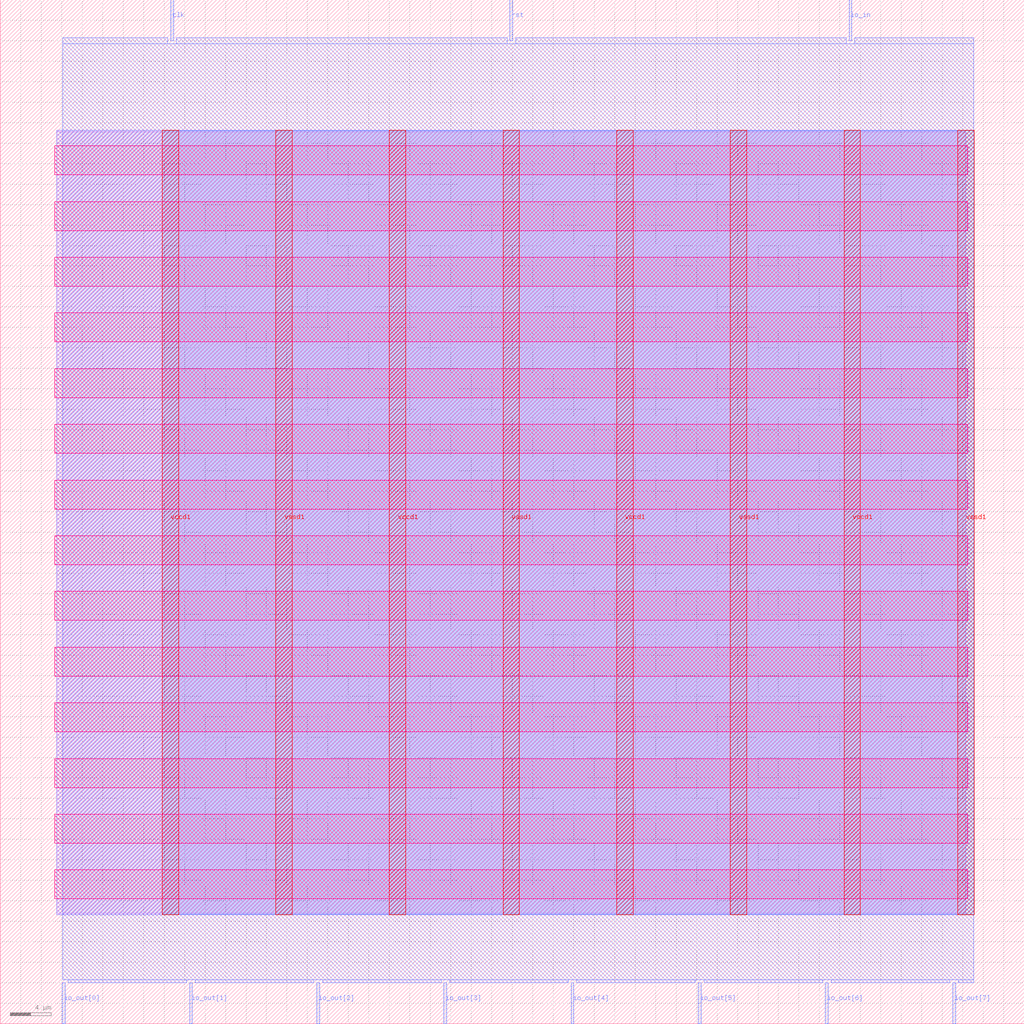
<source format=lef>
VERSION 5.7 ;
  NOWIREEXTENSIONATPIN ON ;
  DIVIDERCHAR "/" ;
  BUSBITCHARS "[]" ;
MACRO tt2_tholin_diceroll
  CLASS BLOCK ;
  FOREIGN tt2_tholin_diceroll ;
  ORIGIN 0.000 0.000 ;
  SIZE 100.000 BY 100.000 ;
  PIN clk
    DIRECTION INPUT ;
    USE SIGNAL ;
    PORT
      LAYER met2 ;
        RECT 16.650 96.000 16.930 100.000 ;
    END
  END clk
  PIN io_in
    DIRECTION INPUT ;
    USE SIGNAL ;
    PORT
      LAYER met2 ;
        RECT 82.890 96.000 83.170 100.000 ;
    END
  END io_in
  PIN io_out[0]
    DIRECTION OUTPUT TRISTATE ;
    USE SIGNAL ;
    PORT
      LAYER met2 ;
        RECT 6.070 0.000 6.350 4.000 ;
    END
  END io_out[0]
  PIN io_out[1]
    DIRECTION OUTPUT TRISTATE ;
    USE SIGNAL ;
    PORT
      LAYER met2 ;
        RECT 18.490 0.000 18.770 4.000 ;
    END
  END io_out[1]
  PIN io_out[2]
    DIRECTION OUTPUT TRISTATE ;
    USE SIGNAL ;
    PORT
      LAYER met2 ;
        RECT 30.910 0.000 31.190 4.000 ;
    END
  END io_out[2]
  PIN io_out[3]
    DIRECTION OUTPUT TRISTATE ;
    USE SIGNAL ;
    PORT
      LAYER met2 ;
        RECT 43.330 0.000 43.610 4.000 ;
    END
  END io_out[3]
  PIN io_out[4]
    DIRECTION OUTPUT TRISTATE ;
    USE SIGNAL ;
    PORT
      LAYER met2 ;
        RECT 55.750 0.000 56.030 4.000 ;
    END
  END io_out[4]
  PIN io_out[5]
    DIRECTION OUTPUT TRISTATE ;
    USE SIGNAL ;
    PORT
      LAYER met2 ;
        RECT 68.170 0.000 68.450 4.000 ;
    END
  END io_out[5]
  PIN io_out[6]
    DIRECTION OUTPUT TRISTATE ;
    USE SIGNAL ;
    PORT
      LAYER met2 ;
        RECT 80.590 0.000 80.870 4.000 ;
    END
  END io_out[6]
  PIN io_out[7]
    DIRECTION OUTPUT TRISTATE ;
    USE SIGNAL ;
    PORT
      LAYER met2 ;
        RECT 93.010 0.000 93.290 4.000 ;
    END
  END io_out[7]
  PIN rst
    DIRECTION INPUT ;
    USE SIGNAL ;
    PORT
      LAYER met2 ;
        RECT 49.770 96.000 50.050 100.000 ;
    END
  END rst
  PIN vccd1
    DIRECTION INOUT ;
    USE POWER ;
    PORT
      LAYER met4 ;
        RECT 15.815 10.640 17.415 87.280 ;
    END
    PORT
      LAYER met4 ;
        RECT 38.010 10.640 39.610 87.280 ;
    END
    PORT
      LAYER met4 ;
        RECT 60.205 10.640 61.805 87.280 ;
    END
    PORT
      LAYER met4 ;
        RECT 82.400 10.640 84.000 87.280 ;
    END
  END vccd1
  PIN vssd1
    DIRECTION INOUT ;
    USE GROUND ;
    PORT
      LAYER met4 ;
        RECT 26.910 10.640 28.510 87.280 ;
    END
    PORT
      LAYER met4 ;
        RECT 49.105 10.640 50.705 87.280 ;
    END
    PORT
      LAYER met4 ;
        RECT 71.300 10.640 72.900 87.280 ;
    END
    PORT
      LAYER met4 ;
        RECT 93.495 10.640 95.095 87.280 ;
    END
  END vssd1
  OBS
      LAYER nwell ;
        RECT 5.330 82.905 94.490 85.735 ;
        RECT 5.330 77.465 94.490 80.295 ;
        RECT 5.330 72.025 94.490 74.855 ;
        RECT 5.330 66.585 94.490 69.415 ;
        RECT 5.330 61.145 94.490 63.975 ;
        RECT 5.330 55.705 94.490 58.535 ;
        RECT 5.330 50.265 94.490 53.095 ;
        RECT 5.330 44.825 94.490 47.655 ;
        RECT 5.330 39.385 94.490 42.215 ;
        RECT 5.330 33.945 94.490 36.775 ;
        RECT 5.330 28.505 94.490 31.335 ;
        RECT 5.330 23.065 94.490 25.895 ;
        RECT 5.330 17.625 94.490 20.455 ;
        RECT 5.330 12.185 94.490 15.015 ;
      LAYER li1 ;
        RECT 5.520 10.795 94.300 87.125 ;
      LAYER met1 ;
        RECT 5.520 10.640 95.095 87.280 ;
      LAYER met2 ;
        RECT 6.080 95.720 16.370 96.290 ;
        RECT 17.210 95.720 49.490 96.290 ;
        RECT 50.330 95.720 82.610 96.290 ;
        RECT 83.450 95.720 95.065 96.290 ;
        RECT 6.080 4.280 95.065 95.720 ;
        RECT 6.630 4.000 18.210 4.280 ;
        RECT 19.050 4.000 30.630 4.280 ;
        RECT 31.470 4.000 43.050 4.280 ;
        RECT 43.890 4.000 55.470 4.280 ;
        RECT 56.310 4.000 67.890 4.280 ;
        RECT 68.730 4.000 80.310 4.280 ;
        RECT 81.150 4.000 92.730 4.280 ;
        RECT 93.570 4.000 95.065 4.280 ;
      LAYER met3 ;
        RECT 15.825 10.715 95.085 87.205 ;
  END
END tt2_tholin_diceroll
END LIBRARY


</source>
